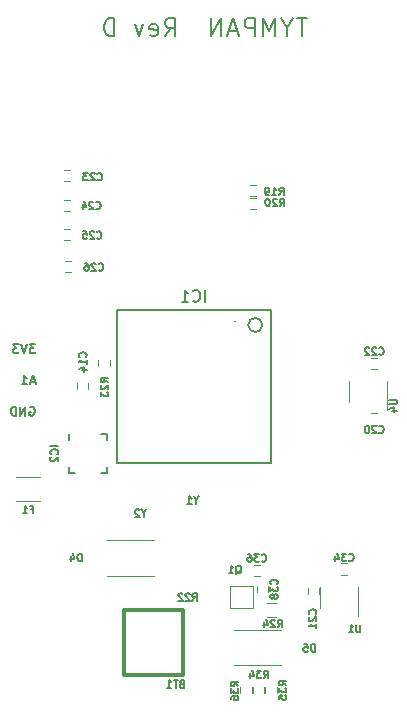
<source format=gbr>
G04 #@! TF.FileFunction,Legend,Bot*
%FSLAX46Y46*%
G04 Gerber Fmt 4.6, Leading zero omitted, Abs format (unit mm)*
G04 Created by KiCad (PCBNEW 4.0.6) date Friday, April 06, 2018 'AMt' 10:50:20 AM*
%MOMM*%
%LPD*%
G01*
G04 APERTURE LIST*
%ADD10C,0.100000*%
%ADD11C,0.177800*%
%ADD12C,0.120000*%
%ADD13C,0.150000*%
%ADD14C,0.300000*%
%ADD15C,0.127000*%
G04 APERTURE END LIST*
D10*
D11*
X142172286Y-60995429D02*
X141301429Y-60995429D01*
X141736858Y-62519429D02*
X141736858Y-60995429D01*
X140503143Y-61793714D02*
X140503143Y-62519429D01*
X141011143Y-60995429D02*
X140503143Y-61793714D01*
X139995143Y-60995429D01*
X139487143Y-62519429D02*
X139487143Y-60995429D01*
X138979143Y-62084000D01*
X138471143Y-60995429D01*
X138471143Y-62519429D01*
X137745429Y-62519429D02*
X137745429Y-60995429D01*
X137164857Y-60995429D01*
X137019715Y-61068000D01*
X136947143Y-61140571D01*
X136874572Y-61285714D01*
X136874572Y-61503429D01*
X136947143Y-61648571D01*
X137019715Y-61721143D01*
X137164857Y-61793714D01*
X137745429Y-61793714D01*
X136294000Y-62084000D02*
X135568286Y-62084000D01*
X136439143Y-62519429D02*
X135931143Y-60995429D01*
X135423143Y-62519429D01*
X134915143Y-62519429D02*
X134915143Y-60995429D01*
X134044286Y-62519429D01*
X134044286Y-60995429D01*
X130125429Y-62519429D02*
X130633429Y-61793714D01*
X130996286Y-62519429D02*
X130996286Y-60995429D01*
X130415714Y-60995429D01*
X130270572Y-61068000D01*
X130198000Y-61140571D01*
X130125429Y-61285714D01*
X130125429Y-61503429D01*
X130198000Y-61648571D01*
X130270572Y-61721143D01*
X130415714Y-61793714D01*
X130996286Y-61793714D01*
X128891714Y-62446857D02*
X129036857Y-62519429D01*
X129327143Y-62519429D01*
X129472286Y-62446857D01*
X129544857Y-62301714D01*
X129544857Y-61721143D01*
X129472286Y-61576000D01*
X129327143Y-61503429D01*
X129036857Y-61503429D01*
X128891714Y-61576000D01*
X128819143Y-61721143D01*
X128819143Y-61866286D01*
X129544857Y-62011429D01*
X128311143Y-61503429D02*
X127948286Y-62519429D01*
X127585428Y-61503429D01*
X125843714Y-62519429D02*
X125843714Y-60995429D01*
X125480857Y-60995429D01*
X125263142Y-61068000D01*
X125118000Y-61213143D01*
X125045428Y-61358286D01*
X124972857Y-61648571D01*
X124972857Y-61866286D01*
X125045428Y-62156571D01*
X125118000Y-62301714D01*
X125263142Y-62446857D01*
X125480857Y-62519429D01*
X125843714Y-62519429D01*
X119141143Y-88596114D02*
X118669429Y-88596114D01*
X118923429Y-88886400D01*
X118814571Y-88886400D01*
X118742000Y-88922686D01*
X118705714Y-88958971D01*
X118669429Y-89031543D01*
X118669429Y-89212971D01*
X118705714Y-89285543D01*
X118742000Y-89321829D01*
X118814571Y-89358114D01*
X119032286Y-89358114D01*
X119104857Y-89321829D01*
X119141143Y-89285543D01*
X118451715Y-88596114D02*
X118197715Y-89358114D01*
X117943715Y-88596114D01*
X117762286Y-88596114D02*
X117290572Y-88596114D01*
X117544572Y-88886400D01*
X117435714Y-88886400D01*
X117363143Y-88922686D01*
X117326857Y-88958971D01*
X117290572Y-89031543D01*
X117290572Y-89212971D01*
X117326857Y-89285543D01*
X117363143Y-89321829D01*
X117435714Y-89358114D01*
X117653429Y-89358114D01*
X117726000Y-89321829D01*
X117762286Y-89285543D01*
X119104857Y-91782000D02*
X118742000Y-91782000D01*
X119177429Y-91999714D02*
X118923429Y-91237714D01*
X118669429Y-91999714D01*
X118016286Y-91999714D02*
X118451714Y-91999714D01*
X118234000Y-91999714D02*
X118234000Y-91237714D01*
X118306571Y-91346571D01*
X118379143Y-91419143D01*
X118451714Y-91455429D01*
X118669429Y-93915600D02*
X118742000Y-93879314D01*
X118850857Y-93879314D01*
X118959714Y-93915600D01*
X119032286Y-93988171D01*
X119068571Y-94060743D01*
X119104857Y-94205886D01*
X119104857Y-94314743D01*
X119068571Y-94459886D01*
X119032286Y-94532457D01*
X118959714Y-94605029D01*
X118850857Y-94641314D01*
X118778286Y-94641314D01*
X118669429Y-94605029D01*
X118633143Y-94568743D01*
X118633143Y-94314743D01*
X118778286Y-94314743D01*
X118306571Y-94641314D02*
X118306571Y-93879314D01*
X117871143Y-94641314D01*
X117871143Y-93879314D01*
X117508285Y-94641314D02*
X117508285Y-93879314D01*
X117326857Y-93879314D01*
X117218000Y-93915600D01*
X117145428Y-93988171D01*
X117109143Y-94060743D01*
X117072857Y-94205886D01*
X117072857Y-94314743D01*
X117109143Y-94459886D01*
X117145428Y-94532457D01*
X117218000Y-94605029D01*
X117326857Y-94641314D01*
X117508285Y-94641314D01*
D12*
X119550000Y-101900000D02*
X117550000Y-101900000D01*
X117550000Y-99860000D02*
X119550000Y-99860000D01*
X145690000Y-93480000D02*
X145690000Y-91680000D01*
X148910000Y-91680000D02*
X148910000Y-94130000D01*
X122705000Y-92355000D02*
X122705000Y-91855000D01*
X123645000Y-91855000D02*
X123645000Y-92355000D01*
X147600000Y-94460000D02*
X148100000Y-94460000D01*
X148100000Y-95400000D02*
X147600000Y-95400000D01*
X143170000Y-109230000D02*
X143170000Y-109730000D01*
X142230000Y-109730000D02*
X142230000Y-109230000D01*
X147600000Y-89735000D02*
X148100000Y-89735000D01*
X148100000Y-90675000D02*
X147600000Y-90675000D01*
X121550000Y-73860000D02*
X122050000Y-73860000D01*
X122050000Y-74800000D02*
X121550000Y-74800000D01*
X121600000Y-76360000D02*
X122100000Y-76360000D01*
X122100000Y-77300000D02*
X121600000Y-77300000D01*
X121600000Y-78860000D02*
X122100000Y-78860000D01*
X122100000Y-79800000D02*
X121600000Y-79800000D01*
X121700000Y-81560000D02*
X122200000Y-81560000D01*
X122200000Y-82500000D02*
X121700000Y-82500000D01*
X137800000Y-76210000D02*
X137300000Y-76210000D01*
X137300000Y-75150000D02*
X137800000Y-75150000D01*
X137800000Y-77110000D02*
X137300000Y-77110000D01*
X137300000Y-76050000D02*
X137800000Y-76050000D01*
X125505000Y-89955000D02*
X125505000Y-90455000D01*
X124445000Y-90455000D02*
X124445000Y-89955000D01*
D13*
X138372820Y-86967220D02*
G75*
G03X138372820Y-86967220I-599440J0D01*
G01*
X139073860Y-92166600D02*
X139073860Y-85666740D01*
X139073860Y-85666740D02*
X126074140Y-85666740D01*
X126074140Y-85666740D02*
X126074140Y-98666460D01*
X126074140Y-98666460D02*
X139073860Y-98666460D01*
X139073860Y-98666460D02*
X139073860Y-92166600D01*
X136074120Y-86664960D02*
X136063960Y-86664960D01*
D14*
X131650000Y-113880000D02*
X131650000Y-116630000D01*
X131650000Y-116630000D02*
X126650000Y-116630000D01*
X126650000Y-116630000D02*
X126650000Y-111130000D01*
X126650000Y-111130000D02*
X131650000Y-111130000D01*
X131650000Y-111130000D02*
X131650000Y-113880000D01*
D12*
X145050000Y-107160000D02*
X145550000Y-107160000D01*
X145550000Y-108100000D02*
X145050000Y-108100000D01*
X138150000Y-108200000D02*
X137650000Y-108200000D01*
X137650000Y-107260000D02*
X138150000Y-107260000D01*
X138870000Y-109080000D02*
X138870000Y-109580000D01*
X137930000Y-109580000D02*
X137930000Y-109080000D01*
D10*
X129200000Y-105180000D02*
X125200000Y-105180000D01*
X125200000Y-108180000D02*
X129200000Y-108180000D01*
X139950000Y-112780000D02*
X135950000Y-112780000D01*
X135950000Y-115780000D02*
X139950000Y-115780000D01*
X135675000Y-109030000D02*
X135675000Y-110930000D01*
X135675000Y-110930000D02*
X137625000Y-110930000D01*
X137625000Y-110930000D02*
X137625000Y-109030000D01*
X137625000Y-109030000D02*
X135675000Y-109030000D01*
D12*
X137520000Y-118130000D02*
X137520000Y-117630000D01*
X138580000Y-117630000D02*
X138580000Y-118130000D01*
X138520000Y-118130000D02*
X138520000Y-117630000D01*
X139580000Y-117630000D02*
X139580000Y-118130000D01*
X136520000Y-118130000D02*
X136520000Y-117630000D01*
X137580000Y-117630000D02*
X137580000Y-118130000D01*
X143290000Y-110930000D02*
X143290000Y-109130000D01*
X146510000Y-109130000D02*
X146510000Y-111580000D01*
D13*
X122000000Y-99480000D02*
X122500000Y-99480000D01*
X125250000Y-96230000D02*
X124750000Y-96230000D01*
X125250000Y-99480000D02*
X124750000Y-99480000D01*
X122000000Y-96230000D02*
X122000000Y-96730000D01*
X125250000Y-96230000D02*
X125250000Y-96730000D01*
X125250000Y-99480000D02*
X125250000Y-98980000D01*
X122000000Y-99480000D02*
X122000000Y-98980000D01*
D12*
X138800000Y-111680000D02*
X139500000Y-111680000D01*
X139500000Y-110480000D02*
X138800000Y-110480000D01*
D15*
X118761667Y-102584643D02*
X118973334Y-102584643D01*
X118973334Y-102917262D02*
X118973334Y-102282262D01*
X118670953Y-102282262D01*
X118096428Y-102917262D02*
X118459286Y-102917262D01*
X118277857Y-102917262D02*
X118277857Y-102282262D01*
X118338333Y-102372976D01*
X118398809Y-102433452D01*
X118459286Y-102463690D01*
X149098562Y-93289990D02*
X149612610Y-93289990D01*
X149673086Y-93320229D01*
X149703324Y-93350467D01*
X149733562Y-93410943D01*
X149733562Y-93531895D01*
X149703324Y-93592371D01*
X149673086Y-93622610D01*
X149612610Y-93652848D01*
X149098562Y-93652848D01*
X149310229Y-94227371D02*
X149733562Y-94227371D01*
X149068324Y-94076181D02*
X149521895Y-93924990D01*
X149521895Y-94318086D01*
X123426786Y-89671786D02*
X123457024Y-89641548D01*
X123487262Y-89550833D01*
X123487262Y-89490357D01*
X123457024Y-89399643D01*
X123396548Y-89339167D01*
X123336071Y-89308928D01*
X123215119Y-89278690D01*
X123124405Y-89278690D01*
X123003452Y-89308928D01*
X122942976Y-89339167D01*
X122882500Y-89399643D01*
X122852262Y-89490357D01*
X122852262Y-89550833D01*
X122882500Y-89641548D01*
X122912738Y-89671786D01*
X123487262Y-90276548D02*
X123487262Y-89913690D01*
X123487262Y-90095119D02*
X122852262Y-90095119D01*
X122942976Y-90034643D01*
X123003452Y-89974167D01*
X123033690Y-89913690D01*
X123063929Y-90820833D02*
X123487262Y-90820833D01*
X122822024Y-90669643D02*
X123275595Y-90518452D01*
X123275595Y-90911548D01*
X148258214Y-96056786D02*
X148288452Y-96087024D01*
X148379167Y-96117262D01*
X148439643Y-96117262D01*
X148530357Y-96087024D01*
X148590833Y-96026548D01*
X148621072Y-95966071D01*
X148651310Y-95845119D01*
X148651310Y-95754405D01*
X148621072Y-95633452D01*
X148590833Y-95572976D01*
X148530357Y-95512500D01*
X148439643Y-95482262D01*
X148379167Y-95482262D01*
X148288452Y-95512500D01*
X148258214Y-95542738D01*
X148016310Y-95542738D02*
X147986072Y-95512500D01*
X147925595Y-95482262D01*
X147774405Y-95482262D01*
X147713929Y-95512500D01*
X147683691Y-95542738D01*
X147653452Y-95603214D01*
X147653452Y-95663690D01*
X147683691Y-95754405D01*
X148046548Y-96117262D01*
X147653452Y-96117262D01*
X147260357Y-95482262D02*
X147199881Y-95482262D01*
X147139405Y-95512500D01*
X147109167Y-95542738D01*
X147078929Y-95603214D01*
X147048690Y-95724167D01*
X147048690Y-95875357D01*
X147078929Y-95996310D01*
X147109167Y-96056786D01*
X147139405Y-96087024D01*
X147199881Y-96117262D01*
X147260357Y-96117262D01*
X147320833Y-96087024D01*
X147351071Y-96056786D01*
X147381310Y-95996310D01*
X147411548Y-95875357D01*
X147411548Y-95724167D01*
X147381310Y-95603214D01*
X147351071Y-95542738D01*
X147320833Y-95512500D01*
X147260357Y-95482262D01*
X142875986Y-111421286D02*
X142906224Y-111391048D01*
X142936462Y-111300333D01*
X142936462Y-111239857D01*
X142906224Y-111149143D01*
X142845748Y-111088667D01*
X142785271Y-111058428D01*
X142664319Y-111028190D01*
X142573605Y-111028190D01*
X142452652Y-111058428D01*
X142392176Y-111088667D01*
X142331700Y-111149143D01*
X142301462Y-111239857D01*
X142301462Y-111300333D01*
X142331700Y-111391048D01*
X142361938Y-111421286D01*
X142361938Y-111663190D02*
X142331700Y-111693428D01*
X142301462Y-111753905D01*
X142301462Y-111905095D01*
X142331700Y-111965571D01*
X142361938Y-111995809D01*
X142422414Y-112026048D01*
X142482890Y-112026048D01*
X142573605Y-111995809D01*
X142936462Y-111632952D01*
X142936462Y-112026048D01*
X142936462Y-112630810D02*
X142936462Y-112267952D01*
X142936462Y-112449381D02*
X142301462Y-112449381D01*
X142392176Y-112388905D01*
X142452652Y-112328429D01*
X142482890Y-112267952D01*
X148258214Y-89431786D02*
X148288452Y-89462024D01*
X148379167Y-89492262D01*
X148439643Y-89492262D01*
X148530357Y-89462024D01*
X148590833Y-89401548D01*
X148621072Y-89341071D01*
X148651310Y-89220119D01*
X148651310Y-89129405D01*
X148621072Y-89008452D01*
X148590833Y-88947976D01*
X148530357Y-88887500D01*
X148439643Y-88857262D01*
X148379167Y-88857262D01*
X148288452Y-88887500D01*
X148258214Y-88917738D01*
X148016310Y-88917738D02*
X147986072Y-88887500D01*
X147925595Y-88857262D01*
X147774405Y-88857262D01*
X147713929Y-88887500D01*
X147683691Y-88917738D01*
X147653452Y-88978214D01*
X147653452Y-89038690D01*
X147683691Y-89129405D01*
X148046548Y-89492262D01*
X147653452Y-89492262D01*
X147411548Y-88917738D02*
X147381310Y-88887500D01*
X147320833Y-88857262D01*
X147169643Y-88857262D01*
X147109167Y-88887500D01*
X147078929Y-88917738D01*
X147048690Y-88978214D01*
X147048690Y-89038690D01*
X147078929Y-89129405D01*
X147441786Y-89492262D01*
X147048690Y-89492262D01*
X124408214Y-74656786D02*
X124438452Y-74687024D01*
X124529167Y-74717262D01*
X124589643Y-74717262D01*
X124680357Y-74687024D01*
X124740833Y-74626548D01*
X124771072Y-74566071D01*
X124801310Y-74445119D01*
X124801310Y-74354405D01*
X124771072Y-74233452D01*
X124740833Y-74172976D01*
X124680357Y-74112500D01*
X124589643Y-74082262D01*
X124529167Y-74082262D01*
X124438452Y-74112500D01*
X124408214Y-74142738D01*
X124166310Y-74142738D02*
X124136072Y-74112500D01*
X124075595Y-74082262D01*
X123924405Y-74082262D01*
X123863929Y-74112500D01*
X123833691Y-74142738D01*
X123803452Y-74203214D01*
X123803452Y-74263690D01*
X123833691Y-74354405D01*
X124196548Y-74717262D01*
X123803452Y-74717262D01*
X123591786Y-74082262D02*
X123198690Y-74082262D01*
X123410357Y-74324167D01*
X123319643Y-74324167D01*
X123259167Y-74354405D01*
X123228929Y-74384643D01*
X123198690Y-74445119D01*
X123198690Y-74596310D01*
X123228929Y-74656786D01*
X123259167Y-74687024D01*
X123319643Y-74717262D01*
X123501071Y-74717262D01*
X123561548Y-74687024D01*
X123591786Y-74656786D01*
X124308214Y-77106786D02*
X124338452Y-77137024D01*
X124429167Y-77167262D01*
X124489643Y-77167262D01*
X124580357Y-77137024D01*
X124640833Y-77076548D01*
X124671072Y-77016071D01*
X124701310Y-76895119D01*
X124701310Y-76804405D01*
X124671072Y-76683452D01*
X124640833Y-76622976D01*
X124580357Y-76562500D01*
X124489643Y-76532262D01*
X124429167Y-76532262D01*
X124338452Y-76562500D01*
X124308214Y-76592738D01*
X124066310Y-76592738D02*
X124036072Y-76562500D01*
X123975595Y-76532262D01*
X123824405Y-76532262D01*
X123763929Y-76562500D01*
X123733691Y-76592738D01*
X123703452Y-76653214D01*
X123703452Y-76713690D01*
X123733691Y-76804405D01*
X124096548Y-77167262D01*
X123703452Y-77167262D01*
X123159167Y-76743929D02*
X123159167Y-77167262D01*
X123310357Y-76502024D02*
X123461548Y-76955595D01*
X123068452Y-76955595D01*
X124358214Y-79606786D02*
X124388452Y-79637024D01*
X124479167Y-79667262D01*
X124539643Y-79667262D01*
X124630357Y-79637024D01*
X124690833Y-79576548D01*
X124721072Y-79516071D01*
X124751310Y-79395119D01*
X124751310Y-79304405D01*
X124721072Y-79183452D01*
X124690833Y-79122976D01*
X124630357Y-79062500D01*
X124539643Y-79032262D01*
X124479167Y-79032262D01*
X124388452Y-79062500D01*
X124358214Y-79092738D01*
X124116310Y-79092738D02*
X124086072Y-79062500D01*
X124025595Y-79032262D01*
X123874405Y-79032262D01*
X123813929Y-79062500D01*
X123783691Y-79092738D01*
X123753452Y-79153214D01*
X123753452Y-79213690D01*
X123783691Y-79304405D01*
X124146548Y-79667262D01*
X123753452Y-79667262D01*
X123178929Y-79032262D02*
X123481310Y-79032262D01*
X123511548Y-79334643D01*
X123481310Y-79304405D01*
X123420833Y-79274167D01*
X123269643Y-79274167D01*
X123209167Y-79304405D01*
X123178929Y-79334643D01*
X123148690Y-79395119D01*
X123148690Y-79546310D01*
X123178929Y-79606786D01*
X123209167Y-79637024D01*
X123269643Y-79667262D01*
X123420833Y-79667262D01*
X123481310Y-79637024D01*
X123511548Y-79606786D01*
X124508214Y-82306786D02*
X124538452Y-82337024D01*
X124629167Y-82367262D01*
X124689643Y-82367262D01*
X124780357Y-82337024D01*
X124840833Y-82276548D01*
X124871072Y-82216071D01*
X124901310Y-82095119D01*
X124901310Y-82004405D01*
X124871072Y-81883452D01*
X124840833Y-81822976D01*
X124780357Y-81762500D01*
X124689643Y-81732262D01*
X124629167Y-81732262D01*
X124538452Y-81762500D01*
X124508214Y-81792738D01*
X124266310Y-81792738D02*
X124236072Y-81762500D01*
X124175595Y-81732262D01*
X124024405Y-81732262D01*
X123963929Y-81762500D01*
X123933691Y-81792738D01*
X123903452Y-81853214D01*
X123903452Y-81913690D01*
X123933691Y-82004405D01*
X124296548Y-82367262D01*
X123903452Y-82367262D01*
X123359167Y-81732262D02*
X123480119Y-81732262D01*
X123540595Y-81762500D01*
X123570833Y-81792738D01*
X123631310Y-81883452D01*
X123661548Y-82004405D01*
X123661548Y-82246310D01*
X123631310Y-82306786D01*
X123601071Y-82337024D01*
X123540595Y-82367262D01*
X123419643Y-82367262D01*
X123359167Y-82337024D01*
X123328929Y-82306786D01*
X123298690Y-82246310D01*
X123298690Y-82095119D01*
X123328929Y-82034643D01*
X123359167Y-82004405D01*
X123419643Y-81974167D01*
X123540595Y-81974167D01*
X123601071Y-82004405D01*
X123631310Y-82034643D01*
X123661548Y-82095119D01*
X139808214Y-75967262D02*
X140019881Y-75664881D01*
X140171072Y-75967262D02*
X140171072Y-75332262D01*
X139929167Y-75332262D01*
X139868691Y-75362500D01*
X139838452Y-75392738D01*
X139808214Y-75453214D01*
X139808214Y-75543929D01*
X139838452Y-75604405D01*
X139868691Y-75634643D01*
X139929167Y-75664881D01*
X140171072Y-75664881D01*
X139203452Y-75967262D02*
X139566310Y-75967262D01*
X139384881Y-75967262D02*
X139384881Y-75332262D01*
X139445357Y-75422976D01*
X139505833Y-75483452D01*
X139566310Y-75513690D01*
X138901071Y-75967262D02*
X138780119Y-75967262D01*
X138719643Y-75937024D01*
X138689405Y-75906786D01*
X138628929Y-75816071D01*
X138598690Y-75695119D01*
X138598690Y-75453214D01*
X138628929Y-75392738D01*
X138659167Y-75362500D01*
X138719643Y-75332262D01*
X138840595Y-75332262D01*
X138901071Y-75362500D01*
X138931310Y-75392738D01*
X138961548Y-75453214D01*
X138961548Y-75604405D01*
X138931310Y-75664881D01*
X138901071Y-75695119D01*
X138840595Y-75725357D01*
X138719643Y-75725357D01*
X138659167Y-75695119D01*
X138628929Y-75664881D01*
X138598690Y-75604405D01*
X139850514Y-76905362D02*
X140062181Y-76602981D01*
X140213372Y-76905362D02*
X140213372Y-76270362D01*
X139971467Y-76270362D01*
X139910991Y-76300600D01*
X139880752Y-76330838D01*
X139850514Y-76391314D01*
X139850514Y-76482029D01*
X139880752Y-76542505D01*
X139910991Y-76572743D01*
X139971467Y-76602981D01*
X140213372Y-76602981D01*
X139608610Y-76330838D02*
X139578372Y-76300600D01*
X139517895Y-76270362D01*
X139366705Y-76270362D01*
X139306229Y-76300600D01*
X139275991Y-76330838D01*
X139245752Y-76391314D01*
X139245752Y-76451790D01*
X139275991Y-76542505D01*
X139638848Y-76905362D01*
X139245752Y-76905362D01*
X138852657Y-76270362D02*
X138792181Y-76270362D01*
X138731705Y-76300600D01*
X138701467Y-76330838D01*
X138671229Y-76391314D01*
X138640990Y-76512267D01*
X138640990Y-76663457D01*
X138671229Y-76784410D01*
X138701467Y-76844886D01*
X138731705Y-76875124D01*
X138792181Y-76905362D01*
X138852657Y-76905362D01*
X138913133Y-76875124D01*
X138943371Y-76844886D01*
X138973610Y-76784410D01*
X139003848Y-76663457D01*
X139003848Y-76512267D01*
X138973610Y-76391314D01*
X138943371Y-76330838D01*
X138913133Y-76300600D01*
X138852657Y-76270362D01*
X125312262Y-91796786D02*
X125009881Y-91585119D01*
X125312262Y-91433928D02*
X124677262Y-91433928D01*
X124677262Y-91675833D01*
X124707500Y-91736309D01*
X124737738Y-91766548D01*
X124798214Y-91796786D01*
X124888929Y-91796786D01*
X124949405Y-91766548D01*
X124979643Y-91736309D01*
X125009881Y-91675833D01*
X125009881Y-91433928D01*
X124737738Y-92038690D02*
X124707500Y-92068928D01*
X124677262Y-92129405D01*
X124677262Y-92280595D01*
X124707500Y-92341071D01*
X124737738Y-92371309D01*
X124798214Y-92401548D01*
X124858690Y-92401548D01*
X124949405Y-92371309D01*
X125312262Y-92008452D01*
X125312262Y-92401548D01*
X124677262Y-92613214D02*
X124677262Y-93006310D01*
X124919167Y-92794643D01*
X124919167Y-92885357D01*
X124949405Y-92945833D01*
X124979643Y-92976071D01*
X125040119Y-93006310D01*
X125191310Y-93006310D01*
X125251786Y-92976071D01*
X125282024Y-92945833D01*
X125312262Y-92885357D01*
X125312262Y-92703929D01*
X125282024Y-92643452D01*
X125251786Y-92613214D01*
D13*
X133550190Y-84998981D02*
X133550190Y-83998981D01*
X132502571Y-84903743D02*
X132550190Y-84951362D01*
X132693047Y-84998981D01*
X132788285Y-84998981D01*
X132931143Y-84951362D01*
X133026381Y-84856124D01*
X133074000Y-84760886D01*
X133121619Y-84570410D01*
X133121619Y-84427552D01*
X133074000Y-84237076D01*
X133026381Y-84141838D01*
X132931143Y-84046600D01*
X132788285Y-83998981D01*
X132693047Y-83998981D01*
X132550190Y-84046600D01*
X132502571Y-84094219D01*
X131550190Y-84998981D02*
X132121619Y-84998981D01*
X131835905Y-84998981D02*
X131835905Y-83998981D01*
X131931143Y-84141838D01*
X132026381Y-84237076D01*
X132121619Y-84284695D01*
D15*
X132777381Y-101814881D02*
X132777381Y-102117262D01*
X132989048Y-101482262D02*
X132777381Y-101814881D01*
X132565714Y-101482262D01*
X132021428Y-102117262D02*
X132384286Y-102117262D01*
X132202857Y-102117262D02*
X132202857Y-101482262D01*
X132263333Y-101572976D01*
X132323809Y-101633452D01*
X132384286Y-101663690D01*
X128352381Y-102914881D02*
X128352381Y-103217262D01*
X128564048Y-102582262D02*
X128352381Y-102914881D01*
X128140714Y-102582262D01*
X127959286Y-102642738D02*
X127929048Y-102612500D01*
X127868571Y-102582262D01*
X127717381Y-102582262D01*
X127656905Y-102612500D01*
X127626667Y-102642738D01*
X127596428Y-102703214D01*
X127596428Y-102763690D01*
X127626667Y-102854405D01*
X127989524Y-103217262D01*
X127596428Y-103217262D01*
X131548929Y-117334643D02*
X131458215Y-117364881D01*
X131427976Y-117395119D01*
X131397738Y-117455595D01*
X131397738Y-117546310D01*
X131427976Y-117606786D01*
X131458215Y-117637024D01*
X131518691Y-117667262D01*
X131760596Y-117667262D01*
X131760596Y-117032262D01*
X131548929Y-117032262D01*
X131488453Y-117062500D01*
X131458215Y-117092738D01*
X131427976Y-117153214D01*
X131427976Y-117213690D01*
X131458215Y-117274167D01*
X131488453Y-117304405D01*
X131548929Y-117334643D01*
X131760596Y-117334643D01*
X131216310Y-117032262D02*
X130853453Y-117032262D01*
X131034881Y-117667262D02*
X131034881Y-117032262D01*
X130309166Y-117667262D02*
X130672024Y-117667262D01*
X130490595Y-117667262D02*
X130490595Y-117032262D01*
X130551071Y-117122976D01*
X130611547Y-117183452D01*
X130672024Y-117213690D01*
X145708214Y-106906786D02*
X145738452Y-106937024D01*
X145829167Y-106967262D01*
X145889643Y-106967262D01*
X145980357Y-106937024D01*
X146040833Y-106876548D01*
X146071072Y-106816071D01*
X146101310Y-106695119D01*
X146101310Y-106604405D01*
X146071072Y-106483452D01*
X146040833Y-106422976D01*
X145980357Y-106362500D01*
X145889643Y-106332262D01*
X145829167Y-106332262D01*
X145738452Y-106362500D01*
X145708214Y-106392738D01*
X145496548Y-106332262D02*
X145103452Y-106332262D01*
X145315119Y-106574167D01*
X145224405Y-106574167D01*
X145163929Y-106604405D01*
X145133691Y-106634643D01*
X145103452Y-106695119D01*
X145103452Y-106846310D01*
X145133691Y-106906786D01*
X145163929Y-106937024D01*
X145224405Y-106967262D01*
X145405833Y-106967262D01*
X145466310Y-106937024D01*
X145496548Y-106906786D01*
X144559167Y-106543929D02*
X144559167Y-106967262D01*
X144710357Y-106302024D02*
X144861548Y-106755595D01*
X144468452Y-106755595D01*
X138308214Y-106956786D02*
X138338452Y-106987024D01*
X138429167Y-107017262D01*
X138489643Y-107017262D01*
X138580357Y-106987024D01*
X138640833Y-106926548D01*
X138671072Y-106866071D01*
X138701310Y-106745119D01*
X138701310Y-106654405D01*
X138671072Y-106533452D01*
X138640833Y-106472976D01*
X138580357Y-106412500D01*
X138489643Y-106382262D01*
X138429167Y-106382262D01*
X138338452Y-106412500D01*
X138308214Y-106442738D01*
X138096548Y-106382262D02*
X137703452Y-106382262D01*
X137915119Y-106624167D01*
X137824405Y-106624167D01*
X137763929Y-106654405D01*
X137733691Y-106684643D01*
X137703452Y-106745119D01*
X137703452Y-106896310D01*
X137733691Y-106956786D01*
X137763929Y-106987024D01*
X137824405Y-107017262D01*
X138005833Y-107017262D01*
X138066310Y-106987024D01*
X138096548Y-106956786D01*
X137159167Y-106382262D02*
X137280119Y-106382262D01*
X137340595Y-106412500D01*
X137370833Y-106442738D01*
X137431310Y-106533452D01*
X137461548Y-106654405D01*
X137461548Y-106896310D01*
X137431310Y-106956786D01*
X137401071Y-106987024D01*
X137340595Y-107017262D01*
X137219643Y-107017262D01*
X137159167Y-106987024D01*
X137128929Y-106956786D01*
X137098690Y-106896310D01*
X137098690Y-106745119D01*
X137128929Y-106684643D01*
X137159167Y-106654405D01*
X137219643Y-106624167D01*
X137340595Y-106624167D01*
X137401071Y-106654405D01*
X137431310Y-106684643D01*
X137461548Y-106745119D01*
X139626786Y-108921786D02*
X139657024Y-108891548D01*
X139687262Y-108800833D01*
X139687262Y-108740357D01*
X139657024Y-108649643D01*
X139596548Y-108589167D01*
X139536071Y-108558928D01*
X139415119Y-108528690D01*
X139324405Y-108528690D01*
X139203452Y-108558928D01*
X139142976Y-108589167D01*
X139082500Y-108649643D01*
X139052262Y-108740357D01*
X139052262Y-108800833D01*
X139082500Y-108891548D01*
X139112738Y-108921786D01*
X139052262Y-109133452D02*
X139052262Y-109526548D01*
X139294167Y-109314881D01*
X139294167Y-109405595D01*
X139324405Y-109466071D01*
X139354643Y-109496309D01*
X139415119Y-109526548D01*
X139566310Y-109526548D01*
X139626786Y-109496309D01*
X139657024Y-109466071D01*
X139687262Y-109405595D01*
X139687262Y-109224167D01*
X139657024Y-109163690D01*
X139626786Y-109133452D01*
X139324405Y-109889405D02*
X139294167Y-109828929D01*
X139263929Y-109798690D01*
X139203452Y-109768452D01*
X139173214Y-109768452D01*
X139112738Y-109798690D01*
X139082500Y-109828929D01*
X139052262Y-109889405D01*
X139052262Y-110010357D01*
X139082500Y-110070833D01*
X139112738Y-110101071D01*
X139173214Y-110131310D01*
X139203452Y-110131310D01*
X139263929Y-110101071D01*
X139294167Y-110070833D01*
X139324405Y-110010357D01*
X139324405Y-109889405D01*
X139354643Y-109828929D01*
X139384881Y-109798690D01*
X139445357Y-109768452D01*
X139566310Y-109768452D01*
X139626786Y-109798690D01*
X139657024Y-109828929D01*
X139687262Y-109889405D01*
X139687262Y-110010357D01*
X139657024Y-110070833D01*
X139626786Y-110101071D01*
X139566310Y-110131310D01*
X139445357Y-110131310D01*
X139384881Y-110101071D01*
X139354643Y-110070833D01*
X139324405Y-110010357D01*
X123068691Y-106967262D02*
X123068691Y-106332262D01*
X122917500Y-106332262D01*
X122826786Y-106362500D01*
X122766310Y-106422976D01*
X122736071Y-106483452D01*
X122705833Y-106604405D01*
X122705833Y-106695119D01*
X122736071Y-106816071D01*
X122766310Y-106876548D01*
X122826786Y-106937024D01*
X122917500Y-106967262D01*
X123068691Y-106967262D01*
X122161548Y-106543929D02*
X122161548Y-106967262D01*
X122312738Y-106302024D02*
X122463929Y-106755595D01*
X122070833Y-106755595D01*
X142818691Y-114617262D02*
X142818691Y-113982262D01*
X142667500Y-113982262D01*
X142576786Y-114012500D01*
X142516310Y-114072976D01*
X142486071Y-114133452D01*
X142455833Y-114254405D01*
X142455833Y-114345119D01*
X142486071Y-114466071D01*
X142516310Y-114526548D01*
X142576786Y-114587024D01*
X142667500Y-114617262D01*
X142818691Y-114617262D01*
X141881310Y-113982262D02*
X142183691Y-113982262D01*
X142213929Y-114284643D01*
X142183691Y-114254405D01*
X142123214Y-114224167D01*
X141972024Y-114224167D01*
X141911548Y-114254405D01*
X141881310Y-114284643D01*
X141851071Y-114345119D01*
X141851071Y-114496310D01*
X141881310Y-114556786D01*
X141911548Y-114587024D01*
X141972024Y-114617262D01*
X142123214Y-114617262D01*
X142183691Y-114587024D01*
X142213929Y-114556786D01*
X136110476Y-108027738D02*
X136170952Y-107997500D01*
X136231429Y-107937024D01*
X136322143Y-107846310D01*
X136382619Y-107816071D01*
X136443095Y-107816071D01*
X136412857Y-107967262D02*
X136473333Y-107937024D01*
X136533810Y-107876548D01*
X136564048Y-107755595D01*
X136564048Y-107543929D01*
X136533810Y-107422976D01*
X136473333Y-107362500D01*
X136412857Y-107332262D01*
X136291905Y-107332262D01*
X136231429Y-107362500D01*
X136170952Y-107422976D01*
X136140714Y-107543929D01*
X136140714Y-107755595D01*
X136170952Y-107876548D01*
X136231429Y-107937024D01*
X136291905Y-107967262D01*
X136412857Y-107967262D01*
X135535952Y-107967262D02*
X135898810Y-107967262D01*
X135717381Y-107967262D02*
X135717381Y-107332262D01*
X135777857Y-107422976D01*
X135838333Y-107483452D01*
X135898810Y-107513690D01*
X138508214Y-116867262D02*
X138719881Y-116564881D01*
X138871072Y-116867262D02*
X138871072Y-116232262D01*
X138629167Y-116232262D01*
X138568691Y-116262500D01*
X138538452Y-116292738D01*
X138508214Y-116353214D01*
X138508214Y-116443929D01*
X138538452Y-116504405D01*
X138568691Y-116534643D01*
X138629167Y-116564881D01*
X138871072Y-116564881D01*
X138296548Y-116232262D02*
X137903452Y-116232262D01*
X138115119Y-116474167D01*
X138024405Y-116474167D01*
X137963929Y-116504405D01*
X137933691Y-116534643D01*
X137903452Y-116595119D01*
X137903452Y-116746310D01*
X137933691Y-116806786D01*
X137963929Y-116837024D01*
X138024405Y-116867262D01*
X138205833Y-116867262D01*
X138266310Y-116837024D01*
X138296548Y-116806786D01*
X137359167Y-116443929D02*
X137359167Y-116867262D01*
X137510357Y-116202024D02*
X137661548Y-116655595D01*
X137268452Y-116655595D01*
X140387262Y-117471786D02*
X140084881Y-117260119D01*
X140387262Y-117108928D02*
X139752262Y-117108928D01*
X139752262Y-117350833D01*
X139782500Y-117411309D01*
X139812738Y-117441548D01*
X139873214Y-117471786D01*
X139963929Y-117471786D01*
X140024405Y-117441548D01*
X140054643Y-117411309D01*
X140084881Y-117350833D01*
X140084881Y-117108928D01*
X139752262Y-117683452D02*
X139752262Y-118076548D01*
X139994167Y-117864881D01*
X139994167Y-117955595D01*
X140024405Y-118016071D01*
X140054643Y-118046309D01*
X140115119Y-118076548D01*
X140266310Y-118076548D01*
X140326786Y-118046309D01*
X140357024Y-118016071D01*
X140387262Y-117955595D01*
X140387262Y-117774167D01*
X140357024Y-117713690D01*
X140326786Y-117683452D01*
X139752262Y-118651071D02*
X139752262Y-118348690D01*
X140054643Y-118318452D01*
X140024405Y-118348690D01*
X139994167Y-118409167D01*
X139994167Y-118560357D01*
X140024405Y-118620833D01*
X140054643Y-118651071D01*
X140115119Y-118681310D01*
X140266310Y-118681310D01*
X140326786Y-118651071D01*
X140357024Y-118620833D01*
X140387262Y-118560357D01*
X140387262Y-118409167D01*
X140357024Y-118348690D01*
X140326786Y-118318452D01*
X136337262Y-117521786D02*
X136034881Y-117310119D01*
X136337262Y-117158928D02*
X135702262Y-117158928D01*
X135702262Y-117400833D01*
X135732500Y-117461309D01*
X135762738Y-117491548D01*
X135823214Y-117521786D01*
X135913929Y-117521786D01*
X135974405Y-117491548D01*
X136004643Y-117461309D01*
X136034881Y-117400833D01*
X136034881Y-117158928D01*
X135702262Y-117733452D02*
X135702262Y-118126548D01*
X135944167Y-117914881D01*
X135944167Y-118005595D01*
X135974405Y-118066071D01*
X136004643Y-118096309D01*
X136065119Y-118126548D01*
X136216310Y-118126548D01*
X136276786Y-118096309D01*
X136307024Y-118066071D01*
X136337262Y-118005595D01*
X136337262Y-117824167D01*
X136307024Y-117763690D01*
X136276786Y-117733452D01*
X135702262Y-118670833D02*
X135702262Y-118549881D01*
X135732500Y-118489405D01*
X135762738Y-118459167D01*
X135853452Y-118398690D01*
X135974405Y-118368452D01*
X136216310Y-118368452D01*
X136276786Y-118398690D01*
X136307024Y-118428929D01*
X136337262Y-118489405D01*
X136337262Y-118610357D01*
X136307024Y-118670833D01*
X136276786Y-118701071D01*
X136216310Y-118731310D01*
X136065119Y-118731310D01*
X136004643Y-118701071D01*
X135974405Y-118670833D01*
X135944167Y-118610357D01*
X135944167Y-118489405D01*
X135974405Y-118428929D01*
X136004643Y-118398690D01*
X136065119Y-118368452D01*
X146683810Y-112332262D02*
X146683810Y-112846310D01*
X146653571Y-112906786D01*
X146623333Y-112937024D01*
X146562857Y-112967262D01*
X146441905Y-112967262D01*
X146381429Y-112937024D01*
X146351190Y-112906786D01*
X146320952Y-112846310D01*
X146320952Y-112332262D01*
X145685952Y-112967262D02*
X146048810Y-112967262D01*
X145867381Y-112967262D02*
X145867381Y-112332262D01*
X145927857Y-112422976D01*
X145988333Y-112483452D01*
X146048810Y-112513690D01*
X121062262Y-97235119D02*
X120427262Y-97235119D01*
X121001786Y-97900358D02*
X121032024Y-97870120D01*
X121062262Y-97779405D01*
X121062262Y-97718929D01*
X121032024Y-97628215D01*
X120971548Y-97567739D01*
X120911071Y-97537500D01*
X120790119Y-97507262D01*
X120699405Y-97507262D01*
X120578452Y-97537500D01*
X120517976Y-97567739D01*
X120457500Y-97628215D01*
X120427262Y-97718929D01*
X120427262Y-97779405D01*
X120457500Y-97870120D01*
X120487738Y-97900358D01*
X120487738Y-98142262D02*
X120457500Y-98172500D01*
X120427262Y-98232977D01*
X120427262Y-98384167D01*
X120457500Y-98444643D01*
X120487738Y-98474881D01*
X120548214Y-98505120D01*
X120608690Y-98505120D01*
X120699405Y-98474881D01*
X121062262Y-98112024D01*
X121062262Y-98505120D01*
X132458214Y-110317262D02*
X132669881Y-110014881D01*
X132821072Y-110317262D02*
X132821072Y-109682262D01*
X132579167Y-109682262D01*
X132518691Y-109712500D01*
X132488452Y-109742738D01*
X132458214Y-109803214D01*
X132458214Y-109893929D01*
X132488452Y-109954405D01*
X132518691Y-109984643D01*
X132579167Y-110014881D01*
X132821072Y-110014881D01*
X132216310Y-109742738D02*
X132186072Y-109712500D01*
X132125595Y-109682262D01*
X131974405Y-109682262D01*
X131913929Y-109712500D01*
X131883691Y-109742738D01*
X131853452Y-109803214D01*
X131853452Y-109863690D01*
X131883691Y-109954405D01*
X132246548Y-110317262D01*
X131853452Y-110317262D01*
X131611548Y-109742738D02*
X131581310Y-109712500D01*
X131520833Y-109682262D01*
X131369643Y-109682262D01*
X131309167Y-109712500D01*
X131278929Y-109742738D01*
X131248690Y-109803214D01*
X131248690Y-109863690D01*
X131278929Y-109954405D01*
X131641786Y-110317262D01*
X131248690Y-110317262D01*
X139658214Y-112567262D02*
X139869881Y-112264881D01*
X140021072Y-112567262D02*
X140021072Y-111932262D01*
X139779167Y-111932262D01*
X139718691Y-111962500D01*
X139688452Y-111992738D01*
X139658214Y-112053214D01*
X139658214Y-112143929D01*
X139688452Y-112204405D01*
X139718691Y-112234643D01*
X139779167Y-112264881D01*
X140021072Y-112264881D01*
X139416310Y-111992738D02*
X139386072Y-111962500D01*
X139325595Y-111932262D01*
X139174405Y-111932262D01*
X139113929Y-111962500D01*
X139083691Y-111992738D01*
X139053452Y-112053214D01*
X139053452Y-112113690D01*
X139083691Y-112204405D01*
X139446548Y-112567262D01*
X139053452Y-112567262D01*
X138509167Y-112143929D02*
X138509167Y-112567262D01*
X138660357Y-111902024D02*
X138811548Y-112355595D01*
X138418452Y-112355595D01*
M02*

</source>
